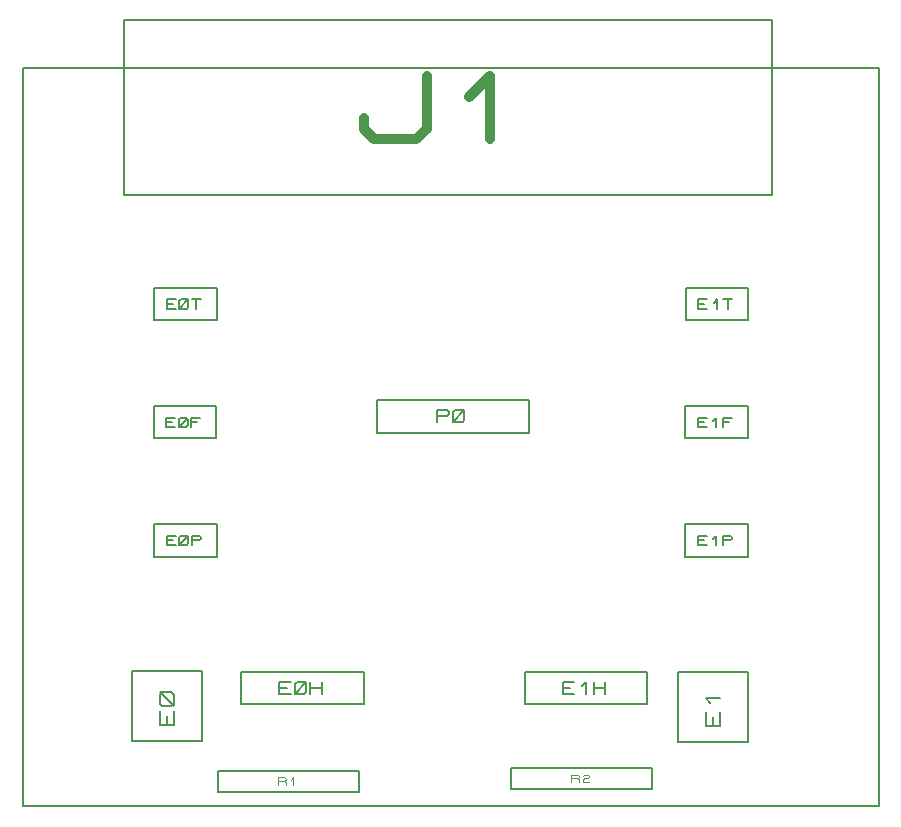
<source format=gbr>
G04 PROTEUS GERBER X2 FILE*
%TF.GenerationSoftware,Labcenter,Proteus,8.8-SP1-Build27031*%
%TF.CreationDate,2022-04-04T16:32:35+00:00*%
%TF.FileFunction,AssemblyDrawing,Top*%
%TF.FilePolarity,Positive*%
%TF.Part,Single*%
%TF.SameCoordinates,{f11ef5d1-6b42-4984-83c1-33555d163e1d}*%
%FSLAX45Y45*%
%MOMM*%
G01*
%TA.AperFunction,Material*%
%ADD18C,0.203200*%
%ADD23C,0.888490*%
%ADD24C,0.132080*%
%ADD25C,0.164590*%
%ADD26C,0.197270*%
%ADD27C,0.106680*%
%TA.AperFunction,Profile*%
%ADD16C,0.203200*%
%TD.AperFunction*%
D18*
X-2391160Y+4172340D02*
X+3090160Y+4172340D01*
X+3090160Y+5653160D01*
X-2391160Y+5653160D01*
X-2391160Y+4172340D01*
D23*
X-361293Y+4823900D02*
X-361293Y+4735051D01*
X-272444Y+4646202D01*
X+82952Y+4646202D01*
X+171801Y+4735051D01*
X+171801Y+5179297D01*
X+527198Y+5001599D02*
X+704896Y+5179297D01*
X+704896Y+4646202D01*
D18*
X-2137160Y+3112840D02*
X-1608840Y+3112840D01*
X-1608840Y+3387160D01*
X-2137160Y+3387160D01*
X-2137160Y+3112840D01*
D24*
X-1952248Y+3210376D02*
X-2031496Y+3210376D01*
X-2031496Y+3289624D01*
X-1952248Y+3289624D01*
X-2031496Y+3250000D02*
X-1978664Y+3250000D01*
X-1925832Y+3223584D02*
X-1925832Y+3276416D01*
X-1912624Y+3289624D01*
X-1859792Y+3289624D01*
X-1846584Y+3276416D01*
X-1846584Y+3223584D01*
X-1859792Y+3210376D01*
X-1912624Y+3210376D01*
X-1925832Y+3223584D01*
X-1925832Y+3210376D02*
X-1846584Y+3289624D01*
X-1820168Y+3289624D02*
X-1740920Y+3289624D01*
X-1780544Y+3289624D02*
X-1780544Y+3210376D01*
D18*
X+2362840Y+3112840D02*
X+2891160Y+3112840D01*
X+2891160Y+3387160D01*
X+2362840Y+3387160D01*
X+2362840Y+3112840D01*
D24*
X+2547752Y+3210376D02*
X+2468504Y+3210376D01*
X+2468504Y+3289624D01*
X+2547752Y+3289624D01*
X+2468504Y+3250000D02*
X+2521336Y+3250000D01*
X+2600584Y+3263208D02*
X+2627000Y+3289624D01*
X+2627000Y+3210376D01*
X+2679832Y+3289624D02*
X+2759080Y+3289624D01*
X+2719456Y+3289624D02*
X+2719456Y+3210376D01*
D18*
X-2141160Y+2112840D02*
X-1612840Y+2112840D01*
X-1612840Y+2387160D01*
X-2141160Y+2387160D01*
X-2141160Y+2112840D01*
D24*
X-1956248Y+2210376D02*
X-2035496Y+2210376D01*
X-2035496Y+2289624D01*
X-1956248Y+2289624D01*
X-2035496Y+2250000D02*
X-1982664Y+2250000D01*
X-1929832Y+2223584D02*
X-1929832Y+2276416D01*
X-1916624Y+2289624D01*
X-1863792Y+2289624D01*
X-1850584Y+2276416D01*
X-1850584Y+2223584D01*
X-1863792Y+2210376D01*
X-1916624Y+2210376D01*
X-1929832Y+2223584D01*
X-1929832Y+2210376D02*
X-1850584Y+2289624D01*
X-1824168Y+2210376D02*
X-1824168Y+2289624D01*
X-1744920Y+2289624D01*
X-1824168Y+2250000D02*
X-1771336Y+2250000D01*
D18*
X+2358840Y+2112840D02*
X+2887160Y+2112840D01*
X+2887160Y+2387160D01*
X+2358840Y+2387160D01*
X+2358840Y+2112840D01*
D24*
X+2543752Y+2210376D02*
X+2464504Y+2210376D01*
X+2464504Y+2289624D01*
X+2543752Y+2289624D01*
X+2464504Y+2250000D02*
X+2517336Y+2250000D01*
X+2596584Y+2263208D02*
X+2623000Y+2289624D01*
X+2623000Y+2210376D01*
X+2675832Y+2210376D02*
X+2675832Y+2289624D01*
X+2755080Y+2289624D01*
X+2675832Y+2250000D02*
X+2728664Y+2250000D01*
D18*
X+2358840Y+1112840D02*
X+2887160Y+1112840D01*
X+2887160Y+1387160D01*
X+2358840Y+1387160D01*
X+2358840Y+1112840D01*
D24*
X+2543752Y+1210376D02*
X+2464504Y+1210376D01*
X+2464504Y+1289624D01*
X+2543752Y+1289624D01*
X+2464504Y+1250000D02*
X+2517336Y+1250000D01*
X+2596584Y+1263208D02*
X+2623000Y+1289624D01*
X+2623000Y+1210376D01*
X+2675832Y+1210376D02*
X+2675832Y+1289624D01*
X+2741872Y+1289624D01*
X+2755080Y+1276416D01*
X+2755080Y+1263208D01*
X+2741872Y+1250000D01*
X+2675832Y+1250000D01*
D18*
X-2137160Y+1112840D02*
X-1608840Y+1112840D01*
X-1608840Y+1387160D01*
X-2137160Y+1387160D01*
X-2137160Y+1112840D01*
D24*
X-1952248Y+1210376D02*
X-2031496Y+1210376D01*
X-2031496Y+1289624D01*
X-1952248Y+1289624D01*
X-2031496Y+1250000D02*
X-1978664Y+1250000D01*
X-1925832Y+1223584D02*
X-1925832Y+1276416D01*
X-1912624Y+1289624D01*
X-1859792Y+1289624D01*
X-1846584Y+1276416D01*
X-1846584Y+1223584D01*
X-1859792Y+1210376D01*
X-1912624Y+1210376D01*
X-1925832Y+1223584D01*
X-1925832Y+1210376D02*
X-1846584Y+1289624D01*
X-1820168Y+1210376D02*
X-1820168Y+1289624D01*
X-1754128Y+1289624D01*
X-1740920Y+1276416D01*
X-1740920Y+1263208D01*
X-1754128Y+1250000D01*
X-1820168Y+1250000D01*
D18*
X-1399160Y-137160D02*
X-362840Y-137160D01*
X-362840Y+137160D01*
X-1399160Y+137160D01*
X-1399160Y-137160D01*
D25*
X-979755Y-49378D02*
X-1078509Y-49378D01*
X-1078509Y+49377D01*
X-979755Y+49377D01*
X-1078509Y+0D02*
X-1012673Y+0D01*
X-946836Y-32919D02*
X-946836Y+32918D01*
X-930377Y+49377D01*
X-864541Y+49377D01*
X-848082Y+32918D01*
X-848082Y-32919D01*
X-864541Y-49378D01*
X-930377Y-49378D01*
X-946836Y-32919D01*
X-946836Y-49378D02*
X-848082Y+49377D01*
X-815163Y-49378D02*
X-815163Y+49377D01*
X-716409Y+49377D02*
X-716409Y-49378D01*
X-815163Y+0D02*
X-716409Y+0D01*
D18*
X+1000840Y-137160D02*
X+2037160Y-137160D01*
X+2037160Y+137160D01*
X+1000840Y+137160D01*
X+1000840Y-137160D01*
D25*
X+1420245Y-49378D02*
X+1321491Y-49378D01*
X+1321491Y+49377D01*
X+1420245Y+49377D01*
X+1321491Y+0D02*
X+1387327Y+0D01*
X+1486082Y+16459D02*
X+1519000Y+49377D01*
X+1519000Y-49378D01*
X+1584837Y-49378D02*
X+1584837Y+49377D01*
X+1683591Y+49377D02*
X+1683591Y-49378D01*
X+1584837Y+0D02*
X+1683591Y+0D01*
D18*
X-253160Y+2162840D02*
X+1037160Y+2162840D01*
X+1037160Y+2437160D01*
X-253160Y+2437160D01*
X-253160Y+2162840D01*
D25*
X+260327Y+2250622D02*
X+260327Y+2349377D01*
X+342622Y+2349377D01*
X+359081Y+2332918D01*
X+359081Y+2316459D01*
X+342622Y+2300000D01*
X+260327Y+2300000D01*
X+392000Y+2267081D02*
X+392000Y+2332918D01*
X+408459Y+2349377D01*
X+474295Y+2349377D01*
X+490754Y+2332918D01*
X+490754Y+2267081D01*
X+474295Y+2250622D01*
X+408459Y+2250622D01*
X+392000Y+2267081D01*
X+392000Y+2250622D02*
X+490754Y+2349377D01*
D18*
X-2327660Y-450660D02*
X-1735840Y-450660D01*
X-1735840Y+141160D01*
X-2327660Y+141160D01*
X-2327660Y-450660D01*
D26*
X-1972568Y-194205D02*
X-1972568Y-312568D01*
X-2090932Y-312568D01*
X-2090932Y-194205D01*
X-2031750Y-312568D02*
X-2031750Y-233659D01*
X-1992295Y-154750D02*
X-2071205Y-154750D01*
X-2090932Y-135023D01*
X-2090932Y-56114D01*
X-2071205Y-36387D01*
X-1992295Y-36387D01*
X-1972568Y-56114D01*
X-1972568Y-135023D01*
X-1992295Y-154750D01*
X-1972568Y-154750D02*
X-2090932Y-36387D01*
D18*
X+2296340Y-460660D02*
X+2888160Y-460660D01*
X+2888160Y+131160D01*
X+2296340Y+131160D01*
X+2296340Y-460660D01*
D26*
X+2651432Y-204205D02*
X+2651432Y-322568D01*
X+2533068Y-322568D01*
X+2533068Y-204205D01*
X+2592250Y-322568D02*
X+2592250Y-243659D01*
X+2572523Y-125296D02*
X+2533068Y-85841D01*
X+2651432Y-85841D01*
D18*
X-1598900Y-876900D02*
X-405100Y-876900D01*
X-405100Y-699100D01*
X-1598900Y-699100D01*
X-1598900Y-876900D01*
D27*
X-1087344Y-820004D02*
X-1087344Y-755996D01*
X-1034004Y-755996D01*
X-1023336Y-766664D01*
X-1023336Y-777332D01*
X-1034004Y-788000D01*
X-1087344Y-788000D01*
X-1034004Y-788000D02*
X-1023336Y-798668D01*
X-1023336Y-820004D01*
X-980664Y-777332D02*
X-959328Y-755996D01*
X-959328Y-820004D01*
D18*
X+885100Y-854900D02*
X+2078900Y-854900D01*
X+2078900Y-677100D01*
X+885100Y-677100D01*
X+885100Y-854900D01*
D27*
X+1396656Y-798004D02*
X+1396656Y-733996D01*
X+1449996Y-733996D01*
X+1460664Y-744664D01*
X+1460664Y-755332D01*
X+1449996Y-766000D01*
X+1396656Y-766000D01*
X+1449996Y-766000D02*
X+1460664Y-776668D01*
X+1460664Y-798004D01*
X+1492668Y-744664D02*
X+1503336Y-733996D01*
X+1535340Y-733996D01*
X+1546008Y-744664D01*
X+1546008Y-755332D01*
X+1535340Y-766000D01*
X+1503336Y-766000D01*
X+1492668Y-776668D01*
X+1492668Y-798004D01*
X+1546008Y-798004D01*
D16*
X-3250000Y-1000000D02*
X+4000000Y-1000000D01*
X+4000000Y+5250000D01*
X-3250000Y+5250000D01*
X-3250000Y-1000000D01*
M02*

</source>
